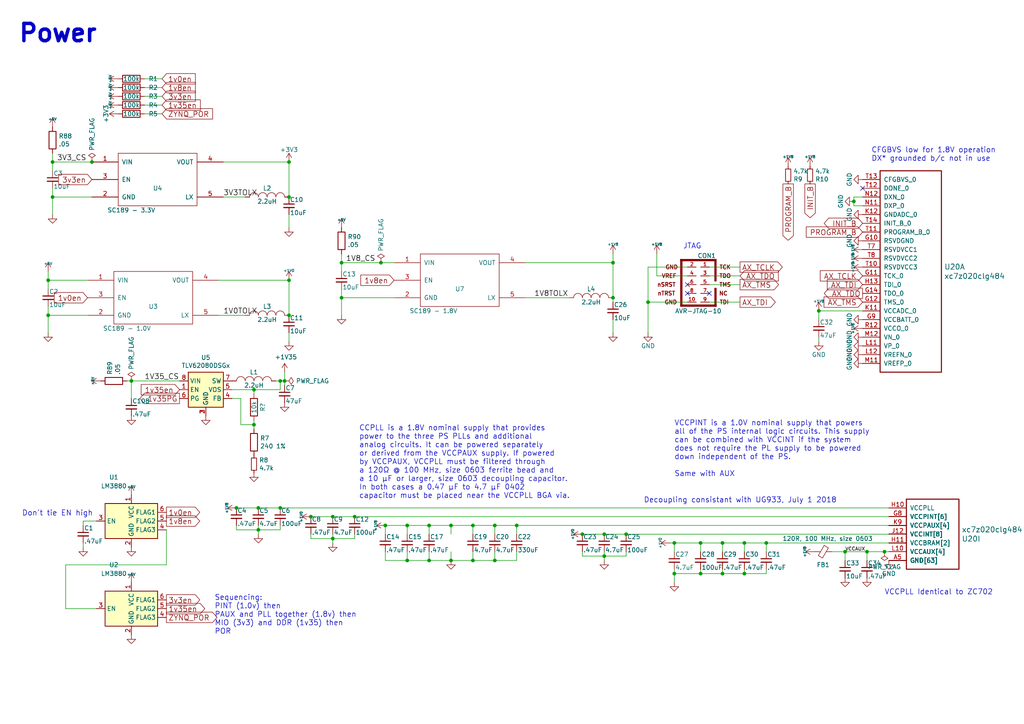
<source format=kicad_sch>
(kicad_sch (version 20230121) (generator eeschema)
  (paper "A4")
  (junction (at 130.81 162.56))
  (junction (at 177.8 76.2))
  (junction (at 118.11 152.4))
  (junction (at 13.97 81.28))
  (junction (at 195.58 166.37))
  (junction (at 83.82 57.15))
  (junction (at 111.76 152.4))
  (junction (at 130.81 152.4))
  (junction (at 81.28 110.49))
  (junction (at 83.82 91.44))
  (junction (at 15.24 57.15))
  (junction (at 215.9 166.37))
  (junction (at 38.1 110.49))
  (junction (at 177.8 86.36))
  (junction (at 68.58 147.32))
  (junction (at 149.86 152.4))
  (junction (at 175.26 161.29))
  (junction (at 15.24 46.99))
  (junction (at 245.11 160.02))
  (junction (at 102.87 149.86))
  (junction (at 73.66 113.03))
  (junction (at 168.91 154.94))
  (junction (at 222.25 157.48))
  (junction (at 110.49 76.2))
  (junction (at 83.82 46.99))
  (junction (at 195.58 157.48))
  (junction (at 26.67 46.99))
  (junction (at 124.46 162.56))
  (junction (at 209.55 157.48))
  (junction (at 90.17 149.86))
  (junction (at 137.16 152.4))
  (junction (at 82.55 110.49))
  (junction (at 137.16 162.56))
  (junction (at 237.49 90.17))
  (junction (at 175.26 154.94))
  (junction (at 118.11 162.56))
  (junction (at 215.9 157.48))
  (junction (at 96.52 156.21))
  (junction (at 181.61 154.94))
  (junction (at 99.06 76.2))
  (junction (at 209.55 166.37))
  (junction (at 203.2 157.48))
  (junction (at 187.96 87.63))
  (junction (at 13.97 91.44))
  (junction (at 96.52 149.86))
  (junction (at 74.93 147.32))
  (junction (at 73.66 123.19))
  (junction (at 251.46 160.02))
  (junction (at 247.65 58.42))
  (junction (at 74.93 153.67))
  (junction (at 143.51 152.4))
  (junction (at 81.28 147.32))
  (junction (at 124.46 152.4))
  (junction (at 256.54 160.02))
  (junction (at 143.51 162.56))
  (junction (at 99.06 86.36))
  (junction (at 83.82 81.28))
  (junction (at 203.2 166.37))
  (no_connect (at 250.19 54.61))
  (no_connect (at 199.39 85.09))
  (no_connect (at 205.74 85.09))
  (no_connect (at 199.39 82.55))
  (wire (pts (xy 124.46 160.02) (xy 124.46 162.56)))
  (wire (pts (xy 81.28 110.49) (xy 82.55 110.49)))
  (wire (pts (xy 237.49 97.79) (xy 237.49 99.06)))
  (wire (pts (xy 175.26 161.29) (xy 175.26 160.02)))
  (wire (pts (xy 187.96 77.47) (xy 187.96 87.63)))
  (wire (pts (xy 137.16 154.94) (xy 137.16 152.4)))
  (wire (pts (xy 149.86 162.56) (xy 149.86 160.02)))
  (wire (pts (xy 63.5 81.28) (xy 83.82 81.28)))
  (wire (pts (xy 168.91 154.94) (xy 175.26 154.94)))
  (wire (pts (xy 13.97 81.28) (xy 13.97 83.82)))
  (wire (pts (xy 215.9 157.48) (xy 215.9 160.02)))
  (wire (pts (xy 181.61 161.29) (xy 181.61 160.02)))
  (wire (pts (xy 73.66 114.3) (xy 73.66 113.03)))
  (wire (pts (xy 143.51 154.94) (xy 143.51 152.4)))
  (wire (pts (xy 81.28 153.67) (xy 81.28 152.4)))
  (wire (pts (xy 175.26 161.29) (xy 181.61 161.29)))
  (wire (pts (xy 247.65 58.42) (xy 247.65 59.69)))
  (wire (pts (xy 143.51 160.02) (xy 143.51 162.56)))
  (wire (pts (xy 99.06 86.36) (xy 99.06 91.44)))
  (wire (pts (xy 110.49 76.2) (xy 114.3 76.2)))
  (wire (pts (xy 48.26 153.67) (xy 48.26 163.83)))
  (wire (pts (xy 69.85 115.57) (xy 69.85 123.19)))
  (wire (pts (xy 19.05 176.53) (xy 27.94 176.53)))
  (wire (pts (xy 13.97 81.28) (xy 25.4 81.28)))
  (wire (pts (xy 203.2 157.48) (xy 203.2 160.02)))
  (wire (pts (xy 222.25 157.48) (xy 222.25 160.02)))
  (wire (pts (xy 130.81 154.94) (xy 130.81 152.4)))
  (wire (pts (xy 15.24 54.61) (xy 15.24 57.15)))
  (wire (pts (xy 83.82 46.99) (xy 83.82 57.15)))
  (wire (pts (xy 247.65 59.69) (xy 250.19 59.69)))
  (wire (pts (xy 90.17 154.94) (xy 90.17 156.21)))
  (wire (pts (xy 68.58 147.32) (xy 74.93 147.32)))
  (wire (pts (xy 67.31 113.03) (xy 73.66 113.03)))
  (wire (pts (xy 46.99 27.94) (xy 41.91 27.94)))
  (wire (pts (xy 24.13 151.13) (xy 24.13 152.4)))
  (wire (pts (xy 74.93 153.67) (xy 81.28 153.67)))
  (wire (pts (xy 15.24 44.45) (xy 15.24 46.99)))
  (wire (pts (xy 215.9 166.37) (xy 222.25 166.37)))
  (wire (pts (xy 36.83 110.49) (xy 38.1 110.49)))
  (wire (pts (xy 177.8 76.2) (xy 177.8 86.36)))
  (wire (pts (xy 83.82 96.52) (xy 83.82 99.06)))
  (wire (pts (xy 74.93 153.67) (xy 74.93 152.4)))
  (wire (pts (xy 251.46 160.02) (xy 251.46 162.56)))
  (wire (pts (xy 250.19 90.17) (xy 237.49 90.17)))
  (wire (pts (xy 203.2 157.48) (xy 209.55 157.48)))
  (wire (pts (xy 143.51 162.56) (xy 149.86 162.56)))
  (wire (pts (xy 237.49 90.17) (xy 237.49 92.71)))
  (wire (pts (xy 187.96 87.63) (xy 187.96 96.52)))
  (wire (pts (xy 175.26 161.29) (xy 175.26 162.56)))
  (wire (pts (xy 149.86 152.4) (xy 257.81 152.4)))
  (wire (pts (xy 181.61 154.94) (xy 257.81 154.94)))
  (wire (pts (xy 99.06 76.2) (xy 99.06 78.74)))
  (wire (pts (xy 82.55 110.49) (xy 82.55 111.76)))
  (wire (pts (xy 96.52 149.86) (xy 102.87 149.86)))
  (wire (pts (xy 222.25 157.48) (xy 257.81 157.48)))
  (wire (pts (xy 15.24 57.15) (xy 15.24 62.23)))
  (wire (pts (xy 15.24 46.99) (xy 26.67 46.99)))
  (wire (pts (xy 96.52 156.21) (xy 102.87 156.21)))
  (wire (pts (xy 71.12 57.15) (xy 64.77 57.15)))
  (wire (pts (xy 19.05 163.83) (xy 19.05 176.53)))
  (wire (pts (xy 124.46 152.4) (xy 130.81 152.4)))
  (wire (pts (xy 90.17 149.86) (xy 96.52 149.86)))
  (wire (pts (xy 83.82 81.28) (xy 83.82 91.44)))
  (wire (pts (xy 195.58 157.48) (xy 203.2 157.48)))
  (wire (pts (xy 199.39 80.01) (xy 190.5 80.01)))
  (wire (pts (xy 215.9 166.37) (xy 215.9 165.1)))
  (wire (pts (xy 209.55 157.48) (xy 215.9 157.48)))
  (wire (pts (xy 99.06 76.2) (xy 110.49 76.2)))
  (wire (pts (xy 250.19 57.15) (xy 247.65 57.15)))
  (wire (pts (xy 111.76 154.94) (xy 111.76 152.4)))
  (wire (pts (xy 124.46 154.94) (xy 124.46 152.4)))
  (wire (pts (xy 83.82 62.23) (xy 83.82 66.04)))
  (wire (pts (xy 247.65 57.15) (xy 247.65 58.42)))
  (wire (pts (xy 80.01 110.49) (xy 81.28 110.49)))
  (wire (pts (xy 137.16 160.02) (xy 137.16 162.56)))
  (wire (pts (xy 118.11 160.02) (xy 118.11 162.56)))
  (wire (pts (xy 257.81 160.02) (xy 256.54 160.02)))
  (wire (pts (xy 195.58 165.1) (xy 195.58 166.37)))
  (wire (pts (xy 73.66 124.46) (xy 73.66 123.19)))
  (wire (pts (xy 38.1 115.57) (xy 38.1 110.49)))
  (wire (pts (xy 209.55 166.37) (xy 209.55 165.1)))
  (wire (pts (xy 73.66 123.19) (xy 73.66 121.92)))
  (wire (pts (xy 195.58 160.02) (xy 195.58 157.48)))
  (wire (pts (xy 199.39 87.63) (xy 187.96 87.63)))
  (wire (pts (xy 46.99 22.86) (xy 41.91 22.86)))
  (wire (pts (xy 111.76 152.4) (xy 118.11 152.4)))
  (wire (pts (xy 215.9 157.48) (xy 222.25 157.48)))
  (wire (pts (xy 124.46 162.56) (xy 130.81 162.56)))
  (wire (pts (xy 152.4 76.2) (xy 177.8 76.2)))
  (wire (pts (xy 190.5 80.01) (xy 190.5 73.66)))
  (wire (pts (xy 90.17 156.21) (xy 96.52 156.21)))
  (wire (pts (xy 24.13 157.48) (xy 24.13 158.75)))
  (wire (pts (xy 245.11 160.02) (xy 251.46 160.02)))
  (wire (pts (xy 102.87 156.21) (xy 102.87 154.94)))
  (wire (pts (xy 214.63 87.63) (xy 205.74 87.63)))
  (wire (pts (xy 13.97 88.9) (xy 13.97 91.44)))
  (wire (pts (xy 177.8 86.36) (xy 177.8 87.63)))
  (wire (pts (xy 209.55 166.37) (xy 215.9 166.37)))
  (wire (pts (xy 99.06 83.82) (xy 99.06 86.36)))
  (wire (pts (xy 256.54 160.02) (xy 251.46 160.02)))
  (wire (pts (xy 130.81 152.4) (xy 137.16 152.4)))
  (wire (pts (xy 99.06 86.36) (xy 114.3 86.36)))
  (wire (pts (xy 209.55 157.48) (xy 209.55 160.02)))
  (wire (pts (xy 241.3 160.02) (xy 245.11 160.02)))
  (wire (pts (xy 118.11 152.4) (xy 124.46 152.4)))
  (wire (pts (xy 130.81 160.02) (xy 130.81 162.56)))
  (wire (pts (xy 96.52 156.21) (xy 96.52 157.48)))
  (wire (pts (xy 203.2 166.37) (xy 209.55 166.37)))
  (wire (pts (xy 143.51 152.4) (xy 149.86 152.4)))
  (wire (pts (xy 195.58 166.37) (xy 195.58 168.91)))
  (wire (pts (xy 41.91 30.48) (xy 46.99 30.48)))
  (wire (pts (xy 214.63 80.01) (xy 205.74 80.01)))
  (wire (pts (xy 195.58 166.37) (xy 203.2 166.37)))
  (wire (pts (xy 130.81 162.56) (xy 137.16 162.56)))
  (wire (pts (xy 137.16 152.4) (xy 143.51 152.4)))
  (wire (pts (xy 13.97 78.74) (xy 13.97 81.28)))
  (wire (pts (xy 137.16 162.56) (xy 143.51 162.56)))
  (wire (pts (xy 118.11 162.56) (xy 124.46 162.56)))
  (wire (pts (xy 63.5 91.44) (xy 71.12 91.44)))
  (wire (pts (xy 214.63 77.47) (xy 205.74 77.47)))
  (wire (pts (xy 99.06 73.66) (xy 99.06 76.2)))
  (wire (pts (xy 68.58 152.4) (xy 68.58 153.67)))
  (wire (pts (xy 73.66 113.03) (xy 81.28 113.03)))
  (wire (pts (xy 13.97 91.44) (xy 13.97 96.52)))
  (wire (pts (xy 74.93 147.32) (xy 81.28 147.32)))
  (wire (pts (xy 118.11 152.4) (xy 118.11 154.94)))
  (wire (pts (xy 177.8 92.71) (xy 177.8 96.52)))
  (wire (pts (xy 64.77 46.99) (xy 83.82 46.99)))
  (wire (pts (xy 175.26 154.94) (xy 181.61 154.94)))
  (wire (pts (xy 38.1 110.49) (xy 52.07 110.49)))
  (wire (pts (xy 177.8 73.66) (xy 177.8 76.2)))
  (wire (pts (xy 203.2 166.37) (xy 203.2 165.1)))
  (wire (pts (xy 81.28 113.03) (xy 81.28 110.49)))
  (wire (pts (xy 149.86 152.4) (xy 149.86 154.94)))
  (wire (pts (xy 152.4 86.36) (xy 165.1 86.36)))
  (wire (pts (xy 82.55 110.49) (xy 82.55 107.95)))
  (wire (pts (xy 68.58 153.67) (xy 74.93 153.67)))
  (wire (pts (xy 67.31 115.57) (xy 69.85 115.57)))
  (wire (pts (xy 168.91 160.02) (xy 168.91 161.29)))
  (wire (pts (xy 46.99 33.02) (xy 41.91 33.02)))
  (wire (pts (xy 81.28 147.32) (xy 257.81 147.32)))
  (wire (pts (xy 13.97 91.44) (xy 25.4 91.44)))
  (wire (pts (xy 96.52 156.21) (xy 96.52 154.94)))
  (wire (pts (xy 214.63 82.55) (xy 205.74 82.55)))
  (wire (pts (xy 199.39 77.47) (xy 187.96 77.47)))
  (wire (pts (xy 168.91 161.29) (xy 175.26 161.29)))
  (wire (pts (xy 194.31 157.48) (xy 195.58 157.48)))
  (wire (pts (xy 245.11 160.02) (xy 245.11 162.56)))
  (wire (pts (xy 111.76 160.02) (xy 111.76 162.56)))
  (wire (pts (xy 41.91 25.4) (xy 46.99 25.4)))
  (wire (pts (xy 15.24 46.99) (xy 15.24 49.53)))
  (wire (pts (xy 48.26 163.83) (xy 19.05 163.83)))
  (wire (pts (xy 27.94 151.13) (xy 24.13 151.13)))
  (wire (pts (xy 15.24 57.15) (xy 26.67 57.15)))
  (wire (pts (xy 74.93 153.67) (xy 74.93 154.94)))
  (wire (pts (xy 111.76 162.56) (xy 118.11 162.56)))
  (wire (pts (xy 102.87 149.86) (xy 257.81 149.86)))
  (wire (pts (xy 69.85 123.19) (xy 73.66 123.19)))
  (wire (pts (xy 222.25 166.37) (xy 222.25 165.1)))
  (text "Decoupling consistant with UG933, July 1 2018" (at 186.69 146.05 0) (effects (font (size 1.524 1.524)) (justify left bottom)))
  (text "Power" (at 5.08 12.7 0) (effects (font (size 5.0038 5.0038) (thickness 1.0008) bold) (justify left bottom)))
  (text "VCCPINT is a 1.0V nominal supply that powers \nall of the PS internal logic circuits. This supply \ncan be combined with VCCINT if the system \ndoes not require the PL supply to be powered \ndown independent of the PS.\n\nSame with AUX" (at 195.58 138.43 0) (effects (font (size 1.524 1.524)) (justify left bottom)))
  (text "VCCPLL Identical to ZC702" (at 256.54 172.72 0) (effects (font (size 1.524 1.524)) (justify left bottom)))
  (text "CCPLL is a 1.8V nominal supply that provides \npower to the three PS PLLs and additional\nanalog circuits. It can be powered separately \nor derived from the VCCPAUX supply. If powered\nby VCCPAUX, VCCPLL must be filtered through \na 120Ω @ 100 MHz, size 0603 ferrite bead and\na 10 µF or larger, size 0603 decoupling capacitor. \nIn both cases a 0.47 µF to 4.7 µF 0402\ncapacitor must be placed near the VCCPLL BGA via. " (at 104.14 144.78 0) (effects (font (size 1.524 1.524)) (justify left bottom)))
  (text "Don't tie EN high" (at 6.35 149.86 0) (effects (font (size 1.5494 1.5494)) (justify left bottom)))
  (text "JTAG" (at 198.12 72.39 0) (effects (font (size 1.524 1.524)) (justify left bottom)))
  (text "Sequencing: \nPINT (1.0v) then \nPAUX and PLL together (1.8v) then\nMIO (3v3) and DDR (1v35) then\nPOR" (at 62.23 184.15 0) (effects (font (size 1.524 1.524)) (justify left bottom)))
  (text "CFGBVS low for 1.8V operation\nDX* grounded b/c not in use" (at 252.73 46.99 0) (effects (font (size 1.524 1.524)) (justify left bottom)))
  (label "1V0TOLX" (at 64.77 91.44 0) (effects (font (size 1.524 1.524))))
  (label "1V35_CS" (at 41.91 110.49 0) (effects (font (size 1.524 1.524))))
  (label "3V3TOLX" (at 64.77 57.15 0) (effects (font (size 1.524 1.524))))
  (label "3V3_CS" (at 16.51 46.99 0) (effects (font (size 1.524 1.524))))
  (label "1V8TOLX" (at 154.94 86.36 0) (effects (font (size 1.524 1.524))))
  (label "VCCAUX" (at 245.11 160.02 0) (effects (font (size 0.9906 0.9906))))
  (label "1V8_CS" (at 100.33 76.2 0) (effects (font (size 1.524 1.524))))
  (global_label "AX_TDO" (shape input) (at 214.63 80.01 0) (effects (font (size 1.524 1.524))) (property "Intersheetrefs" "${INTERSHEET_REFS}" (effects hide)))
  (global_label "1v0en" (shape input) (at 25.4 86.36 180) (effects (font (size 1.524 1.524))) (property "Intersheetrefs" "${INTERSHEET_REFS}" (effects hide)))
  (global_label "1v35en" (shape input) (at 52.07 113.03 180) (effects (font (size 1.524 1.524))) (property "Intersheetrefs" "${INTERSHEET_REFS}" (effects hide)))
  (global_label "3v3en" (shape output) (at 48.26 173.99 0) (effects (font (size 1.524 1.524))) (property "Intersheetrefs" "${INTERSHEET_REFS}" (effects hide)))
  (global_label "AX_TCLK" (shape input) (at 250.19 80.01 180) (effects (font (size 1.524 1.524))) (property "Intersheetrefs" "${INTERSHEET_REFS}" (effects hide)))
  (global_label "INIT_B" (shape output) (at 234.95 53.34 270) (effects (font (size 1.524 1.524))) (property "Intersheetrefs" "${INTERSHEET_REFS}" (effects hide)))
  (global_label "AX_TCLK" (shape output) (at 214.63 77.47 0) (effects (font (size 1.524 1.524))) (property "Intersheetrefs" "${INTERSHEET_REFS}" (effects hide)))
  (global_label "1v8en" (shape output) (at 48.26 151.13 0) (effects (font (size 1.524 1.524))) (property "Intersheetrefs" "${INTERSHEET_REFS}" (effects hide)))
  (global_label "1v0en" (shape output) (at 48.26 148.59 0) (effects (font (size 1.524 1.524))) (property "Intersheetrefs" "${INTERSHEET_REFS}" (effects hide)))
  (global_label "PROGRAM_B" (shape output) (at 228.6 53.34 270) (effects (font (size 1.524 1.524))) (property "Intersheetrefs" "${INTERSHEET_REFS}" (effects hide)))
  (global_label "INIT_B" (shape bidirectional) (at 250.19 64.77 180) (effects (font (size 1.524 1.524))) (property "Intersheetrefs" "${INTERSHEET_REFS}" (effects hide)))
  (global_label "AX_TMS" (shape input) (at 250.19 87.63 180) (effects (font (size 1.524 1.524))) (property "Intersheetrefs" "${INTERSHEET_REFS}" (effects hide)))
  (global_label "1v0en" (shape input) (at 46.99 22.86 0) (effects (font (size 1.524 1.524))) (property "Intersheetrefs" "${INTERSHEET_REFS}" (effects hide)))
  (global_label "3v3en" (shape input) (at 26.67 52.07 180) (effects (font (size 1.524 1.524))) (property "Intersheetrefs" "${INTERSHEET_REFS}" (effects hide)))
  (global_label "1v8en" (shape input) (at 46.99 25.4 0) (effects (font (size 1.524 1.524))) (property "Intersheetrefs" "${INTERSHEET_REFS}" (effects hide)))
  (global_label "AX_TDO" (shape output) (at 250.19 85.09 180) (effects (font (size 1.524 1.524))) (property "Intersheetrefs" "${INTERSHEET_REFS}" (effects hide)))
  (global_label "ZYNQ_POR" (shape output) (at 48.26 179.07 0) (effects (font (size 1.524 1.524))) (property "Intersheetrefs" "${INTERSHEET_REFS}" (effects hide)))
  (global_label "1v35en" (shape input) (at 46.99 30.48 0) (effects (font (size 1.524 1.524))) (property "Intersheetrefs" "${INTERSHEET_REFS}" (effects hide)))
  (global_label "AX_TDI" (shape output) (at 214.63 87.63 0) (effects (font (size 1.524 1.524))) (property "Intersheetrefs" "${INTERSHEET_REFS}" (effects hide)))
  (global_label "AX_TMS" (shape output) (at 214.63 82.55 0) (effects (font (size 1.524 1.524))) (property "Intersheetrefs" "${INTERSHEET_REFS}" (effects hide)))
  (global_label "PROGRAM_B" (shape input) (at 250.19 67.31 180) (effects (font (size 1.524 1.524))) (property "Intersheetrefs" "${INTERSHEET_REFS}" (effects hide)))
  (global_label "AX_TDI" (shape input) (at 250.19 82.55 180) (effects (font (size 1.524 1.524))) (property "Intersheetrefs" "${INTERSHEET_REFS}" (effects hide)))
  (global_label "1v8en" (shape input) (at 114.3 81.28 180) (effects (font (size 1.524 1.524))) (property "Intersheetrefs" "${INTERSHEET_REFS}" (effects hide)))
  (global_label "ZYNQ_POR" (shape input) (at 46.99 33.02 0) (effects (font (size 1.524 1.524))) (property "Intersheetrefs" "${INTERSHEET_REFS}" (effects hide)))
  (global_label "1v35PG" (shape output) (at 52.07 115.57 180) (effects (font (size 1.524 1.524))) (property "Intersheetrefs" "${INTERSHEET_REFS}" (effects hide)))
  (global_label "3v3en" (shape input) (at 46.99 27.94 0) (effects (font (size 1.524 1.524))) (property "Intersheetrefs" "${INTERSHEET_REFS}" (effects hide)))
  (global_label "1v35en" (shape output) (at 48.26 176.53 0) (effects (font (size 1.524 1.524))) (property "Intersheetrefs" "${INTERSHEET_REFS}" (effects hide)))
  (symbol (lib_id "DFTBoard-rescue:AVR-JTAG-10-") (at 200.66 82.55 0) (mirror y) (unit 1)
    (property "Reference" "CON1" (at 204.978 74.168 0))
    (property "Value" "AVR-JTAG-10" (at 209.296 90.932 0) (effects (justify left bottom)))
    (property "Footprint" "DFTcustom:XilinxJTAG" (effects hide))
    (property "MFR" "DNS" (effects hide))
  )
  (symbol (lib_id "power:GND") (at 187.96 96.52 0) (unit 1)
    (property "Reference" "#PWR038" (effects hide))
    (property "Value" "GND" (at 187.96 100.33 0))
  )
  (symbol (lib_id "power:+1V8") (at 190.5 73.66 0) (unit 1)
    (property "Reference" "#PWR039" (effects hide))
    (property "Value" "+1.8V" (at 190.5 70.866 0) (effects (font (size 0.762 0.762))))
  )
  (symbol (lib_id "Device:C_Small") (at 237.49 95.25 0) (unit 1)
    (property "Reference" "C32" (at 237.744 93.472 0) (effects (justify left)))
    (property "Value" "47uF" (at 237.744 97.282 0) (effects (justify left)))
    (property "Footprint" "Capacitor_SMD:C_0805_2012Metric" (effects hide))
    (property "MFR" "Murata" (effects hide))
    (property "MPN" "GRM219R60J476ME44D" (effects hide))
    (property "SPR" "Digikey" (effects hide))
    (property "SPN" "490-13249-1-ND" (effects hide))
  )
  (symbol (lib_id "power:GND") (at 237.49 99.06 0) (unit 1)
    (property "Reference" "#PWR048" (effects hide))
    (property "Value" "GND" (at 237.49 102.87 0))
  )
  (symbol (lib_id "power:GND") (at 250.19 52.07 270) (unit 1)
    (property "Reference" "#PWR046" (effects hide))
    (property "Value" "GND" (at 246.38 52.07 0))
  )
  (symbol (lib_id "power:+1V8") (at 237.49 90.17 0) (unit 1)
    (property "Reference" "#PWR047" (effects hide))
    (property "Value" "+1.8V" (at 237.49 87.376 0) (effects (font (size 0.762 0.762))))
  )
  (symbol (lib_id "power:+1V0") (at 194.31 157.48 90) (unit 1)
    (property "Reference" "#PWR042" (effects hide))
    (property "Value" "+1.0V" (at 191.516 157.48 0) (effects (font (size 0.762 0.762))))
    (instances (project "DFTBoard" (path "" (reference "#PWR042") (unit 1)) (path "" (reference "#PWR?") (unit 1))))
  )
  (symbol (lib_id "Device:C_Small") (at 203.2 162.56 0) (unit 1)
    (property "Reference" "C28" (at 203.454 160.782 0) (effects (justify left)))
    (property "Value" "100uF" (at 203.454 164.592 0) (effects (justify left)))
    (property "Footprint" "Capacitor_SMD:C_1210_3225Metric" (effects hide))
    (property "MFR" "TAIYO YUDEN" (effects hide))
    (property "MPN" "JMK325ABJ107MM-P" (effects hide))
    (property "SPR" "Digikey" (effects hide))
    (property "SPN" "587-4313-1-ND" (effects hide))
  )
  (symbol (lib_id "power:GND") (at 195.58 168.91 0) (unit 1)
    (property "Reference" "#PWR043" (effects hide))
    (property "Value" "GND" (effects hide))
  )
  (symbol (lib_id "power:GND") (at 257.81 162.56 0) (unit 1)
    (property "Reference" "#PWR057" (effects hide))
    (property "Value" "GND" (at 257.81 166.37 0))
  )
  (symbol (lib_id "DFTBoard-rescue:SC189-") (at 133.35 81.28 0) (unit 1)
    (property "Reference" "U7" (at 133.35 83.82 0))
    (property "Value" "SC189 - 1.8V" (at 125.73 90.17 0))
    (property "Footprint" "Package_TO_SOT_SMD:SOT-23-5" (effects hide))
    (property "Datasheet" "DOCUMENTATION" (effects hide))
    (property "MFR" "Semtech Corporation" (effects hide))
    (property "MPN" "SC189LSKTRT" (effects hide))
    (property "SPR" "Digikey" (effects hide))
    (property "SPN" "SC189LSKCT-ND" (effects hide))
  )
  (symbol (lib_id "DFTBoard-rescue:SC189-") (at 45.72 52.07 0) (unit 1)
    (property "Reference" "U4" (at 45.72 54.61 0))
    (property "Value" "SC189 - 3.3V" (at 38.1 60.96 0))
    (property "Footprint" "Package_TO_SOT_SMD:SOT-23-5" (effects hide))
    (property "Datasheet" "DOCUMENTATION" (effects hide))
    (property "MFR" "Semtech Corporation" (effects hide))
    (property "MPN" "SC189ZSKTRT" (effects hide))
    (property "SPR" "Digikey" (effects hide))
    (property "SPN" "SC189ZSKCT-ND" (effects hide))
  )
  (symbol (lib_id "DFTBoard-rescue:SC189-") (at 44.45 86.36 0) (unit 1)
    (property "Reference" "U3" (at 44.45 88.9 0))
    (property "Value" "SC189 - 1.0V" (at 36.83 95.25 0))
    (property "Footprint" "Package_TO_SOT_SMD:SOT-23-5" (effects hide))
    (property "Datasheet" "DOCUMENTATION" (effects hide))
    (property "MFR" "Semtech Corporation" (effects hide))
    (property "MPN" "SC189ASKTRT" (effects hide))
    (property "SPR" "Digikey" (effects hide))
    (property "SPN" "SC189ASKCT-ND" (effects hide))
  )
  (symbol (lib_id "power:GND") (at 13.97 96.52 0) (unit 1)
    (property "Reference" "#PWR03" (effects hide))
    (property "Value" "GND" (effects hide))
  )
  (symbol (lib_id "Device:C_Small") (at 15.24 52.07 0) (unit 1)
    (property "Reference" "C3" (at 15.494 50.292 0) (effects (justify left)))
    (property "Value" "10uF" (at 15.494 54.102 0) (effects (justify left)))
    (property "Footprint" "Capacitor_SMD:C_0603_1608Metric" (effects hide))
    (property "MFR" "Murata" (effects hide))
    (property "MPN" "GRM188R61A106KE69J" (effects hide))
    (property "SPR" "Digikey" (effects hide))
    (property "SPN" "490-14372-1-ND" (effects hide))
  )
  (symbol (lib_id "Device:C_Small") (at 99.06 81.28 0) (unit 1)
    (property "Reference" "C13" (at 99.314 79.502 0) (effects (justify left)))
    (property "Value" "10uF" (at 99.314 83.312 0) (effects (justify left)))
    (property "Footprint" "Capacitor_SMD:C_0603_1608Metric" (effects hide))
    (property "MFR" "Murata" (effects hide))
    (property "MPN" "GRM188R61A106KE69J" (effects hide))
    (property "SPR" "Digikey" (effects hide))
    (property "SPN" "490-14372-1-ND" (effects hide))
  )
  (symbol (lib_id "Device:C_Small") (at 13.97 86.36 0) (unit 1)
    (property "Reference" "C2" (at 14.224 84.582 0) (effects (justify left)))
    (property "Value" "10uF" (at 14.224 88.392 0) (effects (justify left)))
    (property "Footprint" "Capacitor_SMD:C_0603_1608Metric" (effects hide))
    (property "MFR" "Murata" (effects hide))
    (property "MPN" "GRM188R61A106KE69J" (effects hide))
    (property "SPR" "Digikey" (effects hide))
    (property "SPN" "490-14372-1-ND" (effects hide))
  )
  (symbol (lib_id "Device:C_Small") (at 83.82 59.69 0) (unit 1)
    (property "Reference" "C10" (at 84.074 57.912 0) (effects (justify left)))
    (property "Value" "10uF" (at 84.074 61.722 0) (effects (justify left)))
    (property "Footprint" "Capacitor_SMD:C_0603_1608Metric" (effects hide))
    (property "MFR" "Murata" (effects hide))
    (property "MPN" "GRM188R61A106KE69J" (effects hide))
    (property "SPR" "Digikey" (effects hide))
    (property "SPN" "490-14372-1-ND" (effects hide))
  )
  (symbol (lib_id "Device:C_Small") (at 83.82 93.98 0) (unit 1)
    (property "Reference" "C11" (at 84.074 92.202 0) (effects (justify left)))
    (property "Value" "10uF" (at 84.074 96.012 0) (effects (justify left)))
    (property "Footprint" "Capacitor_SMD:C_0603_1608Metric" (effects hide))
    (property "MFR" "Murata" (effects hide))
    (property "MPN" "GRM188R61A106KE69J" (effects hide))
    (property "SPR" "Digikey" (effects hide))
    (property "SPN" "490-14372-1-ND" (effects hide))
  )
  (symbol (lib_id "Device:C_Small") (at 177.8 90.17 0) (unit 1)
    (property "Reference" "C26" (at 178.054 88.392 0) (effects (justify left)))
    (property "Value" "10uF" (at 178.054 92.202 0) (effects (justify left)))
    (property "Footprint" "Capacitor_SMD:C_0603_1608Metric" (effects hide))
    (property "MFR" "Murata" (effects hide))
    (property "MPN" "GRM188R61A106KE69J" (effects hide))
    (property "SPR" "Digikey" (effects hide))
    (property "SPN" "490-14372-1-ND" (effects hide))
  )
  (symbol (lib_id "power:GND") (at 83.82 66.04 0) (unit 1)
    (property "Reference" "#PWR025" (effects hide))
    (property "Value" "GND" (effects hide))
  )
  (symbol (lib_id "power:GND") (at 83.82 99.06 0) (unit 1)
    (property "Reference" "#PWR027" (effects hide))
    (property "Value" "GND" (effects hide))
  )
  (symbol (lib_id "power:GND") (at 177.8 96.52 0) (unit 1)
    (property "Reference" "#PWR041" (effects hide))
    (property "Value" "GND" (effects hide))
  )
  (symbol (lib_id "power:+1V0") (at 83.82 81.28 0) (unit 1)
    (property "Reference" "#PWR026" (effects hide))
    (property "Value" "+1.0V" (at 83.82 78.486 0) (effects (font (size 0.762 0.762))))
    (instances (project "DFTBoard" (path "" (reference "#PWR026") (unit 1)) (path "" (reference "#PWR?") (unit 1))))
  )
  (symbol (lib_id "power:+1V8") (at 177.8 73.66 0) (unit 1)
    (property "Reference" "#PWR040" (effects hide))
    (property "Value" "+1.8V" (at 177.8 70.866 0) (effects (font (size 0.762 0.762))))
  )
  (symbol (lib_id "DFTBoard-rescue:INDUCTOR_SMALL_P-") (at 77.47 57.15 0) (unit 1)
    (property "Reference" "L2" (at 77.47 54.61 0))
    (property "Value" "2.2uH" (at 77.47 58.42 0))
    (property "Footprint" "Capacitor_SMD:C_1812_4532Metric" (effects hide))
    (property "MFR" "Murata" (effects hide))
    (property "MPN" "LQH43PN2R2M26L" (effects hide))
    (property "SPR" "Digikey" (effects hide))
    (property "SPN" "490-12049-1-ND" (effects hide))
  )
  (symbol (lib_id "DFTBoard-rescue:INDUCTOR_SMALL_P-") (at 77.47 91.44 0) (unit 1)
    (property "Reference" "L3" (at 77.47 88.9 0))
    (property "Value" "2.2uH" (at 77.47 92.71 0))
    (property "Footprint" "Capacitor_SMD:C_1812_4532Metric" (effects hide))
    (property "MFR" "Murata" (effects hide))
    (property "MPN" "LQH43PN2R2M26L" (effects hide))
    (property "SPR" "Digikey" (effects hide))
    (property "SPN" "490-12049-1-ND" (effects hide))
  )
  (symbol (lib_id "DFTBoard-rescue:INDUCTOR_SMALL_P-") (at 171.45 86.36 0) (unit 1)
    (property "Reference" "L4" (at 171.45 83.82 0))
    (property "Value" "2.2uH" (at 171.45 87.63 0))
    (property "Footprint" "Capacitor_SMD:C_1812_4532Metric" (effects hide))
    (property "MFR" "Murata" (effects hide))
    (property "MPN" "LQH43PN2R2M26L" (effects hide))
    (property "SPR" "Digikey" (effects hide))
    (property "SPN" "490-12049-1-ND" (effects hide))
  )
  (symbol (lib_id "power:+3V3") (at 83.82 46.99 0) (unit 1)
    (property "Reference" "#PWR024" (effects hide))
    (property "Value" "+3.3V" (at 83.82 43.434 0))
  )
  (symbol (lib_id "power:GND") (at 15.24 62.23 0) (unit 1)
    (property "Reference" "#PWR05" (effects hide))
    (property "Value" "GND" (effects hide))
  )
  (symbol (lib_id "power:GND") (at 99.06 91.44 0) (unit 1)
    (property "Reference" "#PWR029" (effects hide))
    (property "Value" "GND" (effects hide))
  )
  (symbol (lib_id "Device:C_Small") (at 251.46 165.1 0) (unit 1)
    (property "Reference" "C34" (at 251.714 163.322 0) (effects (justify left)))
    (property "Value" ".47uF" (at 251.714 167.132 0) (effects (justify left)))
    (property "Footprint" "Capacitor_SMD:C_0402_1005Metric" (effects hide))
    (property "MFR" "Yageo" (effects hide))
    (property "MPN" "CC0402KRX5R5BB474" (effects hide))
    (property "SPR" "Digikey" (effects hide))
    (property "SPN" "311-1684-1-ND" (effects hide))
  )
  (symbol (lib_id "power:GND") (at 251.46 167.64 0) (unit 1)
    (property "Reference" "#PWR056" (effects hide))
    (property "Value" "GND" (effects hide))
  )
  (symbol (lib_id "DFTBoard-rescue:Ferrite_Bead_Small-Device") (at 238.76 160.02 270) (unit 1)
    (property "Reference" "FB1" (at 238.76 163.83 90))
    (property "Value" "120R, 100 MHz, size 0603" (at 240.03 156.21 90))
    (property "Footprint" "Capacitor_SMD:C_0603_1608Metric" (effects hide))
    (property "MFR" "Murata Electronics" (effects hide))
    (property "MPN" "BLM18AG121SN1D" (effects hide))
    (property "SPR" "Digikey" (effects hide))
    (property "SPN" "490-1011-1-ND" (effects hide))
    (property "SPURL" "-" (effects hide))
  )
  (symbol (lib_id "power:+1V8") (at 236.22 160.02 90) (unit 1)
    (property "Reference" "#PWR049" (effects hide))
    (property "Value" "+1.8V" (at 233.426 160.02 0) (effects (font (size 0.762 0.762))))
  )
  (symbol (lib_id "Device:C_Small") (at 245.11 165.1 0) (unit 1)
    (property "Reference" "C33" (at 245.364 163.322 0) (effects (justify left)))
    (property "Value" "10uF" (at 245.364 167.132 0) (effects (justify left)))
    (property "Footprint" "Capacitor_SMD:C_0603_1608Metric" (effects hide))
    (property "MFR" "Murata" (effects hide))
    (property "MPN" "GRM188R61A106KE69J" (effects hide))
    (property "SPR" "Digikey" (effects hide))
    (property "SPN" "490-14372-1-ND" (effects hide))
  )
  (symbol (lib_id "power:GND") (at 245.11 167.64 0) (unit 1)
    (property "Reference" "#PWR051" (effects hide))
    (property "Value" "GND" (effects hide))
  )
  (symbol (lib_id "Device:C_Small") (at 149.86 157.48 0) (unit 1)
    (property "Reference" "C22" (at 150.114 155.702 0) (effects (justify left)))
    (property "Value" "330uF" (at 150.114 159.512 0) (effects (justify left)))
    (property "Footprint" "Capacitor_SMD:C_1206_3216Metric" (effects hide))
    (property "MFR" "AVX Corporation" (effects hide))
    (property "MPN" "F950G337MAAAQ2" (effects hide))
    (property "SPR" "Digikey" (effects hide))
    (property "SPN" "478-8378-1-ND" (effects hide))
    (property "SPURL" "-" (effects hide))
  )
  (symbol (lib_id "Device:C_Small") (at 143.51 157.48 0) (unit 1)
    (property "Reference" "C20" (at 143.764 155.702 0) (effects (justify left)))
    (property "Value" "4.7uF" (at 143.764 159.512 0) (effects (justify left)))
    (property "Footprint" "Capacitor_SMD:C_0402_1005Metric" (effects hide))
    (property "MFR" "Murata" (effects hide))
    (property "MPN" "GRM155R60G475ME47D" (effects hide))
    (property "SPR" "Digikey" (effects hide))
    (property "SPN" "490-11980-1-ND" (effects hide))
  )
  (symbol (lib_id "Device:C_Small") (at 137.16 157.48 0) (unit 1)
    (property "Reference" "C19" (at 137.414 155.702 0) (effects (justify left)))
    (property "Value" "4.7uF" (at 137.414 159.512 0) (effects (justify left)))
    (property "Footprint" "Capacitor_SMD:C_0402_1005Metric" (effects hide))
    (property "MFR" "Murata" (effects hide))
    (property "MPN" "GRM155R60G475ME47D" (effects hide))
    (property "SPR" "Digikey" (effects hide))
    (property "SPN" "490-11980-1-ND" (effects hide))
  )
  (symbol (lib_id "Device:C_Small") (at 124.46 157.48 0) (unit 1)
    (property "Reference" "C17" (at 124.714 155.702 0) (effects (justify left)))
    (property "Value" ".47uF" (at 124.714 159.512 0) (effects (justify left)))
    (property "Footprint" "Capacitor_SMD:C_0402_1005Metric" (effects hide))
    (property "MFR" "Yageo" (effects hide))
    (property "MPN" "CC0402KRX5R5BB474" (effects hide))
    (property "SPR" "Digikey" (effects hide))
    (property "SPN" "311-1684-1-ND" (effects hide))
  )
  (symbol (lib_id "Device:C_Small") (at 118.11 157.48 0) (unit 1)
    (property "Reference" "C15" (at 118.364 155.702 0) (effects (justify left)))
    (property "Value" ".47uF" (at 118.364 159.512 0) (effects (justify left)))
    (property "Footprint" "Capacitor_SMD:C_0402_1005Metric" (effects hide))
    (property "MFR" "Yageo" (effects hide))
    (property "MPN" "CC0402KRX5R5BB474" (effects hide))
    (property "SPR" "Digikey" (effects hide))
    (property "SPN" "311-1684-1-ND" (effects hide))
  )
  (symbol (lib_id "Device:C_Small") (at 111.76 157.48 0) (unit 1)
    (property "Reference" "C14" (at 112.014 155.702 0) (effects (justify left)))
    (property "Value" ".47uF" (at 112.014 159.512 0) (effects (justify left)))
    (property "Footprint" "Capacitor_SMD:C_0402_1005Metric" (effects hide))
    (property "MFR" "Yageo" (effects hide))
    (property "MPN" "CC0402KRX5R5BB474" (effects hide))
    (property "SPR" "Digikey" (effects hide))
    (property "SPN" "311-1684-1-ND" (effects hide))
  )
  (symbol (lib_id "Device:C_Small") (at 209.55 162.56 0) (unit 1)
    (property "Reference" "C29" (at 209.804 160.782 0) (effects (justify left)))
    (property "Value" ".47uF" (at 209.804 164.592 0) (effects (justify left)))
    (property "Footprint" "Capacitor_SMD:C_0402_1005Metric" (effects hide))
    (property "MFR" "Yageo" (effects hide))
    (property "MPN" "CC0402KRX5R5BB474" (effects hide))
    (property "SPR" "Digikey" (effects hide))
    (property "SPN" "311-1684-1-ND" (effects hide))
  )
  (symbol (lib_id "Device:C_Small") (at 215.9 162.56 0) (unit 1)
    (property "Reference" "C30" (at 216.154 160.782 0) (effects (justify left)))
    (property "Value" ".47uF" (at 216.154 164.592 0) (effects (justify left)))
    (property "Footprint" "Capacitor_SMD:C_0402_1005Metric" (effects hide))
    (property "MFR" "Yageo" (effects hide))
    (property "MPN" "CC0402KRX5R5BB474" (effects hide))
    (property "SPR" "Digikey" (effects hide))
    (property "SPN" "311-1684-1-ND" (effects hide))
  )
  (symbol (lib_id "Device:C_Small") (at 222.25 162.56 0) (unit 1)
    (property "Reference" "C31" (at 222.504 160.782 0) (effects (justify left)))
    (property "Value" ".47uF" (at 222.504 164.592 0) (effects (justify left)))
    (property "Footprint" "Capacitor_SMD:C_0402_1005Metric" (effects hide))
    (property "MFR" "Yageo" (effects hide))
    (property "MPN" "CC0402KRX5R5BB474" (effects hide))
    (property "SPR" "Digikey" (effects hide))
    (property "SPN" "311-1684-1-ND" (effects hide))
  )
  (symbol (lib_id "Power_Supervisor:LM3880") (at 38.1 151.13 0) (unit 1)
    (property "Reference" "U1" (at 33.02 138.43 0))
    (property "Value" "LM3880" (at 33.02 140.97 0))
    (property "Footprint" "Package_TO_SOT_SMD:SOT-23-6" (effects hide))
    (property "Datasheet" "http://www.ti.com/lit/ds/symlink/lm3880.pdf" (effects hide))
    (property "MFR" "Texas Instruments" (effects hide))
    (property "MPN" "LM3880MF-1AE/NOPB" (effects hide))
    (property "SPR" "Digikey" (effects hide))
    (property "SPN" "LM3880MF-1AE/NOPBDKR-ND" (effects hide))
    (property "SPURL" "-" (effects hide))
  )
  (symbol (lib_id "Power_Supervisor:LM3880") (at 38.1 176.53 0) (unit 1)
    (property "Reference" "U2" (at 33.02 163.83 0))
    (property "Value" "LM3880" (at 33.02 166.37 0))
    (property "Footprint" "Package_TO_SOT_SMD:SOT-23-6" (effects hide))
    (property "Datasheet" "http://www.ti.com/lit/ds/symlink/lm3880.pdf" (effects hide))
    (property "MFR" "Texas Instruments" (effects hide))
    (property "MPN" "LM3880MF-1AE/NOPB" (effects hide))
    (property "SPR" "Digikey" (effects hide))
    (property "SPN" "LM3880MF-1AE/NOPBDKR-ND" (effects hide))
    (property "SPURL" "-" (effects hide))
  )
  (symbol (lib_id "power:+5V") (at 38.1 143.51 0) (unit 1)
    (property "Reference" "#PWR06" (effects hide))
    (property "Value" "+5V" (at 38.1 141.224 0) (effects (font (size 0.762 0.762))))
  )
  (symbol (lib_id "power:+5V") (at 38.1 168.91 0) (unit 1)
    (property "Reference" "#PWR08" (effects hide))
    (property "Value" "+5V" (at 38.1 166.624 0) (effects (font (size 0.762 0.762))))
  )
  (symbol (lib_id "power:GND") (at 38.1 158.75 0) (unit 1)
    (property "Reference" "#PWR07" (effects hide))
    (property "Value" "GND" (effects hide))
  )
  (symbol (lib_id "power:GND") (at 38.1 184.15 0) (unit 1)
    (property "Reference" "#PWR09" (effects hide))
    (property "Value" "GND" (effects hide))
  )
  (symbol (lib_id "Device:R_Small") (at 228.6 50.8 0) (mirror x) (unit 1)
    (property "Reference" "R9" (at 230.0986 51.9684 0) (effects (justify left)))
    (property "Value" "4.7k" (at 230.0986 49.657 0) (effects (justify left)))
    (property "Footprint" "Resistor_SMD:R_0402_1005Metric" (effects hide))
    (property "MFR" "Yageo" (effects hide))
    (property "MPN" "RC0402JR-074K7L" (effects hide))
    (property "SPR" "Digikey" (effects hide))
    (property "SPN" "311-4.7KJRCT-ND" (effects hide))
    (property "SPURL" "-" (effects hide))
    (instances (project "DFTBoard" (path "" (reference "R9") (unit 1)) (path "" (reference "R?") (unit 1))))
  )
  (symbol (lib_id "power:+5V") (at 99.06 66.04 0) (unit 1)
    (property "Reference" "#PWR028" (effects hide))
    (property "Value" "+5V" (at 99.06 63.754 0) (effects (font (size 0.762 0.762))))
  )
  (symbol (lib_id "power:+1V8") (at 228.6 48.26 0) (mirror y) (unit 1)
    (property "Reference" "#PWR044" (effects hide))
    (property "Value" "+1.8V" (at 228.6 45.466 0) (effects (font (size 0.762 0.762))))
  )
  (symbol (lib_id "power:PWR_FLAG") (at 256.54 160.02 180) (unit 1)
    (property "Reference" "#FLG02" (effects hide))
    (property "Value" "PWR_FLAG" (at 256.54 164.4142 0))
  )
  (symbol (lib_id "Device:R") (at 38.1 22.86 90) (unit 1)
    (property "Reference" "R1" (at 44.45 22.86 90))
    (property "Value" "100k" (at 38.1 22.86 90))
    (property "Footprint" "Resistor_SMD:R_0402_1005Metric" (effects hide))
    (property "MFR" "Yageo" (effects hide))
    (property "MPN" "RC0402FR-07100KL" (effects hide))
    (property "SPR" "Digikey" (effects hide))
    (property "SPN" "311-100KLRTR-ND" (effects hide))
    (instances (project "DFTBoard" (path "" (reference "R1") (unit 1)) (path "" (reference "R?") (unit 1))))
  )
  (symbol (lib_id "Device:R_Small") (at 234.95 50.8 0) (mirror x) (unit 1)
    (property "Reference" "R10" (at 236.4486 51.9684 0) (effects (justify left)))
    (property "Value" "4.7k" (at 236.4486 49.657 0) (effects (justify left)))
    (property "Footprint" "Resistor_SMD:R_0402_1005Metric" (effects hide))
    (property "MFR" "Yageo" (effects hide))
    (property "MPN" "RC0402JR-074K7L" (effects hide))
    (property "SPR" "Digikey" (effects hide))
    (property "SPN" "311-4.7KJRCT-ND" (effects hide))
    (property "SPURL" "-" (effects hide))
    (instances (project "DFTBoard" (path "" (reference "R10") (unit 1)) (path "" (reference "R?") (unit 1))))
  )
  (symbol (lib_id "power:+1V8") (at 234.95 48.26 0) (mirror y) (unit 1)
    (property "Reference" "#PWR045" (effects hide))
    (property "Value" "+1.8V" (at 234.95 45.466 0) (effects (font (size 0.762 0.762))))
  )
  (symbol (lib_id "Device:R") (at 38.1 25.4 90) (unit 1)
    (property "Reference" "R2" (at 44.45 25.4 90))
    (property "Value" "100k" (at 38.1 25.4 90))
    (property "Footprint" "Resistor_SMD:R_0402_1005Metric" (effects hide))
    (property "MFR" "Yageo" (effects hide))
    (property "MPN" "RC0402FR-07100KL" (effects hide))
    (property "SPR" "Digikey" (effects hide))
    (property "SPN" "311-100KLRTR-ND" (effects hide))
    (instances (project "DFTBoard" (path "" (reference "R2") (unit 1)) (path "" (reference "R?") (unit 1))))
  )
  (symbol (lib_id "Device:R") (at 38.1 27.94 90) (unit 1)
    (property "Reference" "R3" (at 44.45 27.94 90))
    (property "Value" "100k" (at 38.1 27.94 90))
    (property "Footprint" "Resistor_SMD:R_0402_1005Metric" (effects hide))
    (property "MFR" "Yageo" (effects hide))
    (property "MPN" "RC0402FR-07100KL" (effects hide))
    (property "SPR" "Digikey" (effects hide))
    (property "SPN" "311-100KLRTR-ND" (effects hide))
    (instances (project "DFTBoard" (path "" (reference "R3") (unit 1)) (path "" (reference "R?") (unit 1))))
  )
  (symbol (lib_id "Device:R") (at 38.1 30.48 90) (unit 1)
    (property "Reference" "R4" (at 44.45 30.48 90))
    (property "Value" "100k" (at 38.1 30.48 90))
    (property "Footprint" "Resistor_SMD:R_0402_1005Metric" (effects hide))
    (property "MFR" "Yageo" (effects hide))
    (property "MPN" "RC0402FR-07100KL" (effects hide))
    (property "SPR" "Digikey" (effects hide))
    (property "SPN" "311-100KLRTR-ND" (effects hide))
    (instances (project "DFTBoard" (path "" (reference "R4") (unit 1)) (path "" (reference "R?") (unit 1))))
  )
  (symbol (lib_id "Device:R") (at 38.1 33.02 90) (unit 1)
    (property "Reference" "R5" (at 44.45 33.02 90))
    (property "Value" "100k" (at 38.1 33.02 90))
    (property "Footprint" "Resistor_SMD:R_0402_1005Metric" (effects hide))
    (property "MFR" "Yageo" (effects hide))
    (property "MPN" "RC0402FR-07100KL" (effects hide))
    (property "SPR" "Digikey" (effects hide))
    (property "SPN" "311-100KLRTR-ND" (effects hide))
    (instances (project "DFTBoard" (path "" (reference "R5") (unit 1)) (path "" (reference "R?") (unit 1))))
  )
  (symbol (lib_id "power:+1V8") (at 250.19 74.93 90) (unit 1)
    (property "Reference" "#PWR055" (effects hide))
    (property "Value" "+1.8V" (at 247.396 74.93 0) (effects (font (size 0.762 0.762))))
  )
  (symbol (lib_id "power:+1V8") (at 250.19 72.39 90) (unit 1)
    (property "Reference" "#PWR054" (effects hide))
    (property "Value" "+1.8V" (at 247.396 72.39 0) (effects (font (size 0.762 0.762))))
  )
  (symbol (lib_id "power:+1V8") (at 250.19 95.25 90) (unit 1)
    (property "Reference" "#PWR053" (effects hide))
    (property "Value" "+1.8V" (at 247.396 95.25 0) (effects (font (size 0.762 0.762))))
  )
  (symbol (lib_id "power:GND") (at 250.19 69.85 270) (unit 1)
    (property "Reference" "#PWR052" (effects hide))
    (property "Value" "GND" (at 246.38 69.85 0))
  )
  (symbol (lib_id "power:+3V3") (at 34.29 33.02 90) (unit 1)
    (property "Reference" "#PWR016" (effects hide))
    (property "Value" "+3.3V" (at 30.734 33.02 0))
  )
  (symbol (lib_id "Device:C_Small") (at 181.61 157.48 0) (unit 1)
    (property "Reference" "C25" (at 181.864 155.702 0) (effects (justify left)))
    (property "Value" "100uF" (at 181.864 159.512 0) (effects (justify left)))
    (property "Footprint" "Capacitor_SMD:C_1210_3225Metric" (effects hide))
    (property "MFR" "TAIYO YUDEN" (effects hide))
    (property "MPN" "JMK325ABJ107MM-P" (effects hide))
    (property "SPR" "Digikey" (effects hide))
    (property "SPN" "587-4313-1-ND" (effects hide))
  )
  (symbol (lib_id "Device:C_Small") (at 168.91 157.48 0) (unit 1)
    (property "Reference" "C23" (at 169.164 155.702 0) (effects (justify left)))
    (property "Value" ".47uF" (at 169.164 159.512 0) (effects (justify left)))
    (property "Footprint" "Capacitor_SMD:C_0402_1005Metric" (effects hide))
    (property "MFR" "Yageo" (effects hide))
    (property "MPN" "CC0402KRX5R5BB474" (effects hide))
    (property "SPR" "Digikey" (effects hide))
    (property "SPN" "311-1684-1-ND" (effects hide))
  )
  (symbol (lib_id "Device:C_Small") (at 175.26 157.48 0) (unit 1)
    (property "Reference" "C24" (at 175.514 155.702 0) (effects (justify left)))
    (property "Value" "4.7uF" (at 175.514 159.512 0) (effects (justify left)))
    (property "Footprint" "Capacitor_SMD:C_0402_1005Metric" (effects hide))
    (property "MFR" "Murata" (effects hide))
    (property "MPN" "GRM155R60G475ME47D" (effects hide))
    (property "SPR" "Digikey" (effects hide))
    (property "SPN" "490-11980-1-ND" (effects hide))
  )
  (symbol (lib_id "Device:C_Small") (at 24.13 154.94 0) (unit 1)
    (property "Reference" "C1" (at 24.384 153.162 0) (effects (justify left)))
    (property "Value" ".47uF" (at 24.384 156.972 0) (effects (justify left)))
    (property "Footprint" "Capacitor_SMD:C_0402_1005Metric" (effects hide))
    (property "MFR" "Yageo" (effects hide))
    (property "MPN" "CC0402KRX5R5BB474" (effects hide))
    (property "SPR" "Digikey" (effects hide))
    (property "SPN" "311-1684-1-ND" (effects hide))
  )
  (symbol (lib_id "power:GND") (at 24.13 158.75 0) (unit 1)
    (property "Reference" "#PWR01" (effects hide))
    (property "Value" "GND" (effects hide))
  )
  (symbol (lib_id "power:GND") (at 175.26 162.56 0) (unit 1)
    (property "Reference" "#PWR037" (effects hide))
    (property "Value" "GND" (effects hide))
  )
  (symbol (lib_id "Device:C_Small") (at 195.58 162.56 0) (unit 1)
    (property "Reference" "C27" (at 195.834 160.782 0) (effects (justify left)))
    (property "Value" "4.7uF" (at 195.834 164.592 0) (effects (justify left)))
    (property "Footprint" "Capacitor_SMD:C_0402_1005Metric" (effects hide))
    (property "MFR" "Murata" (effects hide))
    (property "MPN" "GRM155R60G475ME47D" (effects hide))
    (property "SPR" "Digikey" (effects hide))
    (property "SPN" "490-11980-1-ND" (effects hide))
  )
  (symbol (lib_id "power:GND") (at 130.81 162.56 0) (unit 1)
    (property "Reference" "#PWR0212" (effects hide))
    (property "Value" "GND" (effects hide))
  )
  (symbol (lib_id "Device:C_Small") (at 102.87 152.4 0) (unit 1)
    (property "Reference" "C12" (at 103.124 150.622 0) (effects (justify left)))
    (property "Value" "100uF" (at 103.124 154.432 0) (effects (justify left)))
    (property "Footprint" "Capacitor_SMD:C_1210_3225Metric" (effects hide))
    (property "MFR" "TAIYO YUDEN" (effects hide))
    (property "MPN" "JMK325ABJ107MM-P" (effects hide))
    (property "SPR" "Digikey" (effects hide))
    (property "SPN" "587-4313-1-ND" (effects hide))
  )
  (symbol (lib_id "Device:C_Small") (at 90.17 152.4 0) (unit 1)
    (property "Reference" "C8" (at 90.424 150.622 0) (effects (justify left)))
    (property "Value" ".47uF" (at 90.424 154.432 0) (effects (justify left)))
    (property "Footprint" "Capacitor_SMD:C_0402_1005Metric" (effects hide))
    (property "MFR" "Yageo" (effects hide))
    (property "MPN" "CC0402KRX5R5BB474" (effects hide))
    (property "SPR" "Digikey" (effects hide))
    (property "SPN" "311-1684-1-ND" (effects hide))
  )
  (symbol (lib_id "Device:C_Small") (at 96.52 152.4 0) (unit 1)
    (property "Reference" "C9" (at 96.774 150.622 0) (effects (justify left)))
    (property "Value" "4.7uF" (at 96.774 154.432 0) (effects (justify left)))
    (property "Footprint" "Capacitor_SMD:C_0402_1005Metric" (effects hide))
    (property "MFR" "Murata" (effects hide))
    (property "MPN" "GRM155R60G475ME47D" (effects hide))
    (property "SPR" "Digikey" (effects hide))
    (property "SPN" "490-11980-1-ND" (effects hide))
  )
  (symbol (lib_id "power:GND") (at 96.52 157.48 0) (unit 1)
    (property "Reference" "#PWR023" (effects hide))
    (property "Value" "GND" (effects hide))
  )
  (symbol (lib_id "Device:C_Small") (at 81.28 149.86 0) (unit 1)
    (property "Reference" "C6" (at 81.534 148.082 0) (effects (justify left)))
    (property "Value" "100uF" (at 81.534 151.892 0) (effects (justify left)))
    (property "Footprint" "Capacitor_SMD:C_1210_3225Metric" (effects hide))
    (property "MFR" "TAIYO YUDEN" (effects hide))
    (property "MPN" "JMK325ABJ107MM-P" (effects hide))
    (property "SPR" "Digikey" (effects hide))
    (property "SPN" "587-4313-1-ND" (effects hide))
  )
  (symbol (lib_id "Device:C_Small") (at 68.58 149.86 0) (unit 1)
    (property "Reference" "C4" (at 68.834 148.082 0) (effects (justify left)))
    (property "Value" ".47uF" (at 68.834 151.892 0) (effects (justify left)))
    (property "Footprint" "Capacitor_SMD:C_0402_1005Metric" (effects hide))
    (property "MFR" "Yageo" (effects hide))
    (property "MPN" "CC0402KRX5R5BB474" (effects hide))
    (property "SPR" "Digikey" (effects hide))
    (property "SPN" "311-1684-1-ND" (effects hide))
  )
  (symbol (lib_id "Device:C_Small") (at 74.93 149.86 0) (unit 1)
    (property "Reference" "C5" (at 75.184 148.082 0) (effects (justify left)))
    (property "Value" "4.7uF" (at 75.184 151.892 0) (effects (justify left)))
    (property "Footprint" "Capacitor_SMD:C_0402_1005Metric" (effects hide))
    (property "MFR" "Murata" (effects hide))
    (property "MPN" "GRM155R60G475ME47D" (effects hide))
    (property "SPR" "Digikey" (effects hide))
    (property "SPN" "490-11980-1-ND" (effects hide))
  )
  (symbol (lib_id "power:GND") (at 74.93 154.94 0) (unit 1)
    (property "Reference" "#PWR019" (effects hide))
    (property "Value" "GND" (effects hide))
  )
  (symbol (lib_id "power:GND") (at 247.65 58.42 270) (unit 1)
    (property "Reference" "#PWR0213" (effects hide))
    (property "Value" "GND" (at 243.84 58.42 0))
  )
  (symbol (lib_id "power:GND") (at 250.19 62.23 270) (unit 1)
    (property "Reference" "#PWR0214" (effects hide))
    (property "Value" "GND" (at 246.38 62.23 0))
  )
  (symbol (lib_id "power:+1V0") (at 90.17 149.86 90) (unit 1)
    (property "Reference" "#PWR022" (effects hide))
    (property "Value" "+1.0V" (at 87.376 149.86 0) (effects (font (size 0.762 0.762))))
    (instances (project "DFTBoard" (path "" (reference "#PWR022") (unit 1)) (path "" (reference "#PWR?") (unit 1))))
  )
  (symbol (lib_id "power:+1V8") (at 68.58 147.32 90) (unit 1)
    (property "Reference" "#PWR017" (effects hide))
    (property "Value" "+1.8V" (at 65.786 147.32 0) (effects (font (size 0.762 0.762))))
  )
  (symbol (lib_id "Regulator_Switching:TLV62080DSGx") (at 59.69 113.03 0) (unit 1)
    (property "Reference" "U5" (at 59.69 103.7082 0))
    (property "Value" "TLV62080DSGx" (at 59.69 106.0196 0))
    (property "Footprint" "Package_SON:WSON-8-1EP_2x2mm_P0.5mm_EP0.9x1.6mm" (effects hide))
    (property "Datasheet" "http://www.ti.com/lit/ds/symlink/tlv62080.pdf" (effects hide))
    (property "MFR" "Texas Instruments" (effects hide))
    (property "MPN" "TLV62080DSGR" (effects hide))
    (property "SPR" "Digikey" (effects hide))
    (property "SPN" "296-39270-6-ND" (effects hide))
    (property "SPURL" "-" (effects hide))
  )
  (symbol (lib_id "power:GND") (at 59.69 120.65 0) (unit 1)
    (property "Reference" "#PWR011" (effects hide))
    (property "Value" "GND" (effects hide))
  )
  (symbol (lib_id "DFTBoard-rescue:INDUCTOR_SMALL_P-") (at 73.66 110.49 0) (unit 1)
    (property "Reference" "L1" (at 73.66 107.95 0))
    (property "Value" "2.2uH" (at 73.66 111.76 0))
    (property "Footprint" "Capacitor_SMD:C_1812_4532Metric" (effects hide))
    (property "MFR" "Murata" (effects hide))
    (property "MPN" "LQH43PN2R2M26L" (effects hide))
    (property "SPR" "Digikey" (effects hide))
    (property "SPN" "490-12049-1-ND" (effects hide))
  )
  (symbol (lib_id "power:GND") (at 250.19 105.41 270) (unit 1)
    (property "Reference" "#PWR0215" (effects hide))
    (property "Value" "GND" (at 246.38 105.41 0))
  )
  (symbol (lib_id "power:GND") (at 250.19 102.87 270) (unit 1)
    (property "Reference" "#PWR0216" (effects hide))
    (property "Value" "GND" (at 246.38 102.87 0))
  )
  (symbol (lib_id "power:GND") (at 250.19 100.33 270) (unit 1)
    (property "Reference" "#PWR0217" (effects hide))
    (property "Value" "GND" (at 246.38 100.33 0))
  )
  (symbol (lib_id "power:GND") (at 250.19 97.79 270) (unit 1)
    (property "Reference" "#PWR0218" (effects hide))
    (property "Value" "GND" (at 246.38 97.79 0))
  )
  (symbol (lib_id "power:+1V8") (at 250.19 77.47 90) (unit 1)
    (property "Reference" "#PWR0219" (effects hide))
    (property "Value" "+1.8V" (at 247.396 77.47 0) (effects (font (size 0.762 0.762))))
  )
  (symbol (lib_id "power:GND") (at 250.19 92.71 270) (unit 1)
    (property "Reference" "#PWR0220" (effects hide))
    (property "Value" "GND" (at 246.38 92.71 0))
  )
  (symbol (lib_id "xilinx7:xc7z020clg484") (at 250.19 52.07 0) (unit 1)
    (property "Reference" "U20" (at 273.8374 77.3938 0) (effects (font (size 1.524 1.524)) (justify left)))
    (property "Value" "xc7z020clg484" (at 273.8374 80.0862 0) (effects (font (size 1.524 1.524)) (justify left)))
    (property "Footprint" "DFTcustom:BGA-484_19.0x19.0mm_Layout22x22_P0.80mm_dia0.40mm" (effects hide))
    (property "MFR" "Xilinx" (effects hide))
    (property "MPN" "XC7Z020-1CLG484C" (effects hide))
    (property "SPR" "Digikey" (effects hide))
    (property "SPN" "122-1850-ND" (effects hide))
    (property "SPURL" "-" (effects hide))
  )
  (symbol (lib_id "power:+1V35") (at 82.55 107.95 0) (unit 1)
    (property "Reference" "#PWR020" (effects hide))
    (property "Value" "+1V35" (at 82.931 103.5558 0))
  )
  (symbol (lib_id "Device:R") (at 73.66 128.27 0) (unit 1)
    (property "Reference" "R7" (at 75.438 127.1016 0) (effects (justify left)))
    (property "Value" "240 1%" (at 75.438 129.413 0) (effects (justify left)))
    (property "Footprint" "Resistor_SMD:R_0402_1005Metric" (effects hide))
    (property "MFR" "Yageo" (effects hide))
    (property "MPN" "RC0402FR-07240RL" (effects hide))
    (property "SPR" "Digikey" (effects hide))
    (property "SPN" "311-240LRTR-ND" (effects hide))
    (property "SPURL" "-" (effects hide))
    (instances (project "DFTBoard" (path "" (reference "R7") (unit 1)) (path "" (reference "R?") (unit 1))))
  )
  (symbol (lib_id "Device:R_Small") (at 73.66 134.62 0) (unit 1)
    (property "Reference" "R8" (at 75.1586 133.4516 0) (effects (justify left)))
    (property "Value" "4.7k" (at 75.1586 135.763 0) (effects (justify left)))
    (property "Footprint" "Resistor_SMD:R_0402_1005Metric" (effects hide))
    (property "MFR" "Yageo" (effects hide))
    (property "MPN" "RC0402JR-074K7L" (effects hide))
    (property "SPR" "Digikey" (effects hide))
    (property "SPN" "311-4.7KJRCT-ND" (effects hide))
    (property "SPURL" "-" (effects hide))
    (instances (project "DFTBoard" (path "" (reference "R8") (unit 1)) (path "" (reference "R?") (unit 1))))
  )
  (symbol (lib_id "Device:R") (at 73.66 118.11 180) (unit 1)
    (property "Reference" "R?" (at 76.2 118.11 90))
    (property "Value" "10k" (at 73.66 118.11 90))
    (property "Footprint" "Resistor_SMD:R_0402_1005Metric" (effects hide))
    (property "MFR" "Yageo" (effects hide))
    (property "MPN" "RC0402FR-0710KL" (effects hide))
    (property "SPR" "Digikey" (effects hide))
    (property "SPN" "311-10.0KLRTR-ND" (effects hide))
    (instances (project "DFTBoard" (path "" (reference "R?") (unit 1)) (path "" (reference "R6") (unit 1))))
  )
  (symbol (lib_id "power:GND") (at 73.66 137.16 0) (unit 1)
    (property "Reference" "#PWR018" (effects hide))
    (property "Value" "GND" (effects hide))
  )
  (symbol (lib_id "power:GND") (at 82.55 116.84 0) (unit 1)
    (property "Reference" "#PWR021" (effects hide))
    (property "Value" "GND" (effects hide))
  )
  (symbol (lib_id "xilinx7:xc7z020clg484") (at 257.81 162.56 0) (mirror x) (unit 9)
    (property "Reference" "U20" (at 278.9174 156.2862 0) (effects (font (size 1.524 1.524)) (justify left)))
    (property "Value" "xc7z020clg484" (at 278.9174 153.5938 0) (effects (font (size 1.524 1.524)) (justify left)))
    (property "Footprint" "DFTcustom:BGA-484_19.0x19.0mm_Layout22x22_P0.80mm_dia0.40mm" (effects hide))
    (property "MFR" "Xilinx" (effects hide))
    (property "MPN" "XC7Z020-1CLG484C" (effects hide))
    (property "SPR" "Digikey" (effects hide))
    (property "SPN" "122-1850-ND" (effects hide))
    (property "SPURL" "-" (effects hide))
  )
  (symbol (lib_id "Device:C_Small") (at 82.55 114.3 0) (unit 1)
    (property "Reference" "C7" (at 82.804 112.522 0) (effects (justify left)))
    (property "Value" "47uF" (at 82.804 116.332 0) (effects (justify left)))
    (property "Footprint" "Capacitor_SMD:C_0805_2012Metric" (effects hide))
    (property "MFR" "Murata" (effects hide))
    (property "MPN" "GRM219R60J476ME44D" (effects hide))
    (property "SPR" "Digikey" (effects hide))
    (property "SPN" "490-13249-1-ND" (effects hide))
    (property "SPURL" "-" (effects hide))
  )
  (symbol (lib_id "power:+5V") (at 34.29 22.86 90) (unit 1)
    (property "Reference" "#PWR012" (effects hide))
    (property "Value" "+5V" (at 32.004 22.86 0) (effects (font (size 0.762 0.762))))
  )
  (symbol (lib_id "power:+5V") (at 34.29 25.4 90) (unit 1)
    (property "Reference" "#PWR013" (effects hide))
    (property "Value" "+5V" (at 32.004 25.4 0) (effects (font (size 0.762 0.762))))
  )
  (symbol (lib_id "power:+5V") (at 34.29 27.94 90) (unit 1)
    (property "Reference" "#PWR014" (effects hide))
    (property "Value" "+5V" (at 32.004 27.94 0) (effects (font (size 0.762 0.762))))
  )
  (symbol (lib_id "power:+5V") (at 34.29 30.48 90) (unit 1)
    (property "Reference" "#PWR015" (effects hide))
    (property "Value" "+5V" (at 32.004 30.48 0) (effects (font (size 0.762 0.762))))
  )
  (symbol (lib_id "DFTBoard-rescue:PWR_FLAG") (at 82.55 110.49 270) (unit 1)
    (property "Reference" "#FLG0101" (effects hide))
    (property "Value" "PWR_FLAG" (at 85.8012 110.49 90) (effects (justify left)))
  )
  (symbol (lib_id "power:+1V8") (at 111.76 152.4 90) (unit 1)
    (property "Reference" "#PWR0182" (effects hide))
    (property "Value" "+1.8V" (at 108.966 152.4 0) (effects (font (size 0.762 0.762))))
  )
  (symbol (lib_id "power:+1V0") (at 168.91 154.94 90) (unit 1)
    (property "Reference" "#PWR0183" (effects hide))
    (property "Value" "+1.0V" (at 166.116 154.94 0) (effects (font (size 0.762 0.762))))
    (instances (project "DFTBoard" (path "" (reference "#PWR0183") (unit 1)) (path "" (reference "#PWR?") (unit 1))))
  )
  (symbol (lib_id "Device:C_Small") (at 38.1 118.11 0) (unit 1)
    (property "Reference" "C108" (at 38.354 116.332 0) (effects (justify left)))
    (property "Value" ".47uF" (at 38.354 120.142 0) (effects (justify left)))
    (property "Footprint" "Capacitor_SMD:C_0402_1005Metric" (effects hide))
    (property "MFR" "Yageo" (effects hide))
    (property "MPN" "CC0402KRX5R5BB474" (effects hide))
    (property "SPR" "Digikey" (effects hide))
    (property "SPN" "311-1684-1-ND" (effects hide))
  )
  (symbol (lib_id "power:GND") (at 38.1 120.65 0) (unit 1)
    (property "Reference" "#PWR0352" (effects hide))
    (property "Value" "GND" (effects hide))
  )
  (symbol (lib_id "DFTCustom:R") (at 99.06 69.85 0) (unit 1)
    (property "Reference" "R90" (at 100.838 68.6816 0) (effects (justify left)))
    (property "Value" ".05" (at 100.838 70.993 0) (effects (justify left)))
    (property "Footprint" "Resistor_SMD:R_2512_6332Metric" (effects hide))
    (property "MFR" "Bourns Inc" (effects hide))
    (property "MPN" "CRA2512-FZ-R050ELF" (effects hide))
    (property "SPR" "Digikey" (effects hide))
    (property "SPN" "CRA2512-FZ-R050ELFCT-ND" (effects hide))
    (property "SPURL" "-" (effects hide))
  )
  (symbol (lib_id "power:+5V") (at 15.24 36.83 0) (unit 1)
    (property "Reference" "#PWR04" (effects hide))
    (property "Value" "+5V" (at 15.24 34.544 0) (effects (font (size 0.762 0.762))))
  )
  (symbol (lib_id "DFTCustom:R") (at 15.24 40.64 0) (unit 1)
    (property "Reference" "R88" (at 17.018 39.4716 0) (effects (justify left)))
    (property "Value" ".05" (at 17.018 41.783 0) (effects (justify left)))
    (property "Footprint" "Resistor_SMD:R_2512_6332Metric" (effects hide))
    (property "MFR" "Bourns Inc" (effects hide))
    (property "MPN" "CRA2512-FZ-R050ELF" (effects hide))
    (property "SPR" "Digikey" (effects hide))
    (property "SPN" "CRA2512-FZ-R050ELFCT-ND" (effects hide))
    (property "SPURL" "-" (effects hide))
  )
  (symbol (lib_id "power:+5V") (at 13.97 78.74 0) (unit 1)
    (property "Reference" "#PWR02" (effects hide))
    (property "Value" "+5V" (at 13.97 76.454 0) (effects (font (size 0.762 0.762))))
  )
  (symbol (lib_id "power:+5V") (at 29.21 110.49 90) (unit 1)
    (property "Reference" "#PWR010" (effects hide))
    (property "Value" "+5V" (at 26.924 110.49 0) (effects (font (size 0.762 0.762))))
  )
  (symbol (lib_id "DFTCustom:R") (at 33.02 110.49 90) (unit 1)
    (property "Reference" "R89" (at 31.8516 108.712 0) (effects (justify left)))
    (property "Value" ".05" (at 34.163 108.712 0) (effects (justify left)))
    (property "Footprint" "Resistor_SMD:R_2512_6332Metric" (effects hide))
    (property "MFR" "Bourns Inc" (effects hide))
    (property "MPN" "CRA2512-FZ-R050ELF" (effects hide))
    (property "SPR" "Digikey" (effects hide))
    (property "SPN" "CRA2512-FZ-R050ELFCT-ND" (effects hide))
    (property "SPURL" "-" (effects hide))
  )
  (symbol (lib_id "DFTBoard-rescue:PWR_FLAG") (at 38.1 110.49 0) (unit 1)
    (property "Reference" "#FLG06" (effects hide))
    (property "Value" "PWR_FLAG" (at 38.1 107.2388 90) (effects (justify left)))
  )
  (symbol (lib_id "DFTBoard-rescue:PWR_FLAG") (at 26.67 46.99 0) (unit 1)
    (property "Reference" "#FLG01" (effects hide))
    (property "Value" "PWR_FLAG" (at 26.67 43.7388 90) (effects (justify left)))
  )
  (symbol (lib_id "DFTBoard-rescue:PWR_FLAG") (at 110.49 76.2 0) (unit 1)
    (property "Reference" "#FLG07" (effects hide))
    (property "Value" "PWR_FLAG" (at 110.49 72.9488 90) (effects (justify left)))
  )
)
</source>
